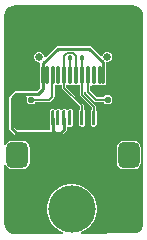
<source format=gtl>
G04*
G04 #@! TF.GenerationSoftware,Altium Limited,Altium Designer,21.9.2 (33)*
G04*
G04 Layer_Physical_Order=1*
G04 Layer_Color=255*
%FSLAX25Y25*%
%MOIN*%
G70*
G04*
G04 #@! TF.SameCoordinates,F1C806B8-6D7B-4F63-96FE-1E44331196B9*
G04*
G04*
G04 #@! TF.FilePolarity,Positive*
G04*
G01*
G75*
%ADD10C,0.01000*%
%ADD12C,0.00800*%
G04:AMPARAMS|DCode=13|XSize=50mil|YSize=10mil|CornerRadius=2.5mil|HoleSize=0mil|Usage=FLASHONLY|Rotation=90.000|XOffset=0mil|YOffset=0mil|HoleType=Round|Shape=RoundedRectangle|*
%AMROUNDEDRECTD13*
21,1,0.05000,0.00500,0,0,90.0*
21,1,0.04500,0.01000,0,0,90.0*
1,1,0.00500,0.00250,0.02250*
1,1,0.00500,0.00250,-0.02250*
1,1,0.00500,-0.00250,-0.02250*
1,1,0.00500,-0.00250,0.02250*
%
%ADD13ROUNDEDRECTD13*%
G04:AMPARAMS|DCode=14|XSize=86mil|YSize=72mil|CornerRadius=18mil|HoleSize=0mil|Usage=FLASHONLY|Rotation=270.000|XOffset=0mil|YOffset=0mil|HoleType=Round|Shape=RoundedRectangle|*
%AMROUNDEDRECTD14*
21,1,0.08600,0.03600,0,0,270.0*
21,1,0.05000,0.07200,0,0,270.0*
1,1,0.03600,-0.01800,-0.02500*
1,1,0.03600,-0.01800,0.02500*
1,1,0.03600,0.01800,0.02500*
1,1,0.03600,0.01800,-0.02500*
%
%ADD14ROUNDEDRECTD14*%
G04:AMPARAMS|DCode=15|XSize=20mil|YSize=20mil|CornerRadius=5mil|HoleSize=0mil|Usage=FLASHONLY|Rotation=90.000|XOffset=0mil|YOffset=0mil|HoleType=Round|Shape=RoundedRectangle|*
%AMROUNDEDRECTD15*
21,1,0.02000,0.01000,0,0,90.0*
21,1,0.01000,0.02000,0,0,90.0*
1,1,0.01000,0.00500,0.00500*
1,1,0.01000,0.00500,-0.00500*
1,1,0.01000,-0.00500,-0.00500*
1,1,0.01000,-0.00500,0.00500*
%
%ADD15ROUNDEDRECTD15*%
G04:AMPARAMS|DCode=16|XSize=59.06mil|YSize=11.81mil|CornerRadius=2.95mil|HoleSize=0mil|Usage=FLASHONLY|Rotation=270.000|XOffset=0mil|YOffset=0mil|HoleType=Round|Shape=RoundedRectangle|*
%AMROUNDEDRECTD16*
21,1,0.05906,0.00591,0,0,270.0*
21,1,0.05315,0.01181,0,0,270.0*
1,1,0.00591,-0.00295,-0.02657*
1,1,0.00591,-0.00295,0.02657*
1,1,0.00591,0.00295,0.02657*
1,1,0.00591,0.00295,-0.02657*
%
%ADD16ROUNDEDRECTD16*%
%ADD25C,0.00500*%
%ADD26C,0.15748*%
%ADD27C,0.02559*%
%ADD28O,0.03937X0.06299*%
%ADD29O,0.03937X0.08268*%
%ADD30C,0.01800*%
G36*
X20060Y31341D02*
X20924Y31227D01*
X21730Y30893D01*
X22422Y30362D01*
X22953Y29670D01*
X23287Y28865D01*
X23401Y28000D01*
X23408D01*
Y-36635D01*
Y-41378D01*
X23398Y-41464D01*
X23398D01*
X23398Y-41464D01*
X23294Y-42258D01*
X22987Y-42999D01*
X22499Y-43634D01*
X21864Y-44122D01*
X21123Y-44429D01*
X20329Y-44534D01*
X20329Y-44534D01*
Y-44534D01*
X19835Y-44548D01*
X2607Y-44710D01*
X2505Y-44211D01*
X3419Y-43832D01*
X4774Y-42927D01*
X5927Y-41774D01*
X6832Y-40419D01*
X7456Y-38913D01*
X7774Y-37315D01*
Y-35685D01*
X7456Y-34087D01*
X6832Y-32581D01*
X5927Y-31226D01*
X4774Y-30073D01*
X3419Y-29168D01*
X1913Y-28544D01*
X315Y-28226D01*
X-1315D01*
X-2913Y-28544D01*
X-4419Y-29168D01*
X-5774Y-30073D01*
X-6927Y-31226D01*
X-7832Y-32581D01*
X-8456Y-34087D01*
X-8774Y-35685D01*
Y-37315D01*
X-8456Y-38913D01*
X-7832Y-40419D01*
X-6927Y-41774D01*
X-5774Y-42927D01*
X-4419Y-43832D01*
X-3372Y-44266D01*
X-3469Y-44767D01*
X-19438Y-44917D01*
X-19440Y-44915D01*
Y-44915D01*
X-19440Y-44915D01*
X-20345Y-44796D01*
X-21189Y-44447D01*
X-21913Y-43891D01*
X-22468Y-43167D01*
X-22818Y-42324D01*
X-22937Y-41419D01*
X-22943D01*
Y-35478D01*
X-22943Y-35478D01*
X-22943Y-35478D01*
X-22950Y-21832D01*
X-22451Y-21782D01*
X-22435Y-21858D01*
X-21949Y-22586D01*
X-21221Y-23072D01*
X-20363Y-23243D01*
X-16763D01*
X-15905Y-23072D01*
X-15177Y-22586D01*
X-14691Y-21858D01*
X-14520Y-21000D01*
Y-16000D01*
X-14691Y-15142D01*
X-15177Y-14414D01*
X-15905Y-13928D01*
X-16763Y-13757D01*
X-20363D01*
X-21221Y-13928D01*
X-21949Y-14414D01*
X-22435Y-15142D01*
X-22454Y-15235D01*
X-22954Y-15186D01*
X-22977Y27557D01*
X-22969Y28057D01*
X-22969Y28057D01*
X-22969Y28057D01*
X-22857Y28907D01*
X-22529Y29699D01*
X-22007Y30379D01*
X-21327Y30900D01*
X-20535Y31228D01*
X-19685Y31340D01*
Y31348D01*
X20060D01*
Y31341D01*
D02*
G37*
%LPC*%
G36*
X5437Y17918D02*
X-5000D01*
X-5351Y17848D01*
X-5649Y17649D01*
X-9198Y14099D01*
X-9698Y14306D01*
Y14476D01*
X-9954Y15093D01*
X-10427Y15566D01*
X-11044Y15821D01*
X-11712D01*
X-12329Y15566D01*
X-12802Y15093D01*
X-13058Y14476D01*
Y13808D01*
X-12802Y13190D01*
X-12329Y12718D01*
X-11712Y12462D01*
X-11323D01*
X-10905Y12026D01*
X-10902Y12015D01*
Y11138D01*
X-10990Y11007D01*
X-11044Y10736D01*
Y5421D01*
X-10990Y5150D01*
X-10957Y5101D01*
Y3920D01*
X-11959Y2918D01*
X-18980D01*
X-19331Y2848D01*
X-19629Y2649D01*
X-21149Y1129D01*
X-21348Y831D01*
X-21418Y480D01*
Y-9500D01*
X-21348Y-9851D01*
X-21149Y-10149D01*
X-19649Y-11649D01*
X-19351Y-11848D01*
X-19000Y-11918D01*
X-4000D01*
X-3649Y-11848D01*
X-3351Y-11649D01*
X-2304Y-10602D01*
X-2105Y-10304D01*
X-2035Y-9953D01*
Y-9153D01*
X-1535Y-8931D01*
X-1488Y-8962D01*
X-1234Y-9013D01*
X-734D01*
X-481Y-8962D01*
X-266Y-8819D01*
X-122Y-8604D01*
X-72Y-8350D01*
Y-3850D01*
X-122Y-3596D01*
X-266Y-3381D01*
X-481Y-3238D01*
X-734Y-3187D01*
X-1234D01*
X-1488Y-3238D01*
X-1667Y-3357D01*
X-1690Y-3370D01*
X-1969Y-3377D01*
X-2247Y-3370D01*
X-2270Y-3357D01*
X-2449Y-3238D01*
X-2703Y-3187D01*
X-3203D01*
X-3456Y-3238D01*
X-3636Y-3357D01*
X-3658Y-3370D01*
X-3937Y-3377D01*
X-4216Y-3370D01*
X-4239Y-3357D01*
X-4418Y-3238D01*
X-4671Y-3187D01*
X-5171D01*
X-5425Y-3238D01*
X-5604Y-3357D01*
X-5627Y-3370D01*
X-5906Y-3377D01*
X-6184Y-3370D01*
X-6207Y-3357D01*
X-6386Y-3238D01*
X-6640Y-3187D01*
X-7140D01*
X-7393Y-3238D01*
X-7608Y-3381D01*
X-7752Y-3596D01*
X-7802Y-3850D01*
Y-6075D01*
X-7807Y-6100D01*
Y-10082D01*
X-18620D01*
X-19582Y-9120D01*
Y100D01*
X-18600Y1082D01*
X-15749D01*
X-15401Y582D01*
X-15418Y500D01*
Y-500D01*
X-15348Y-851D01*
X-15149Y-1149D01*
X-14851Y-1348D01*
X-14500Y-1418D01*
X-13500D01*
X-13149Y-1348D01*
X-12851Y-1149D01*
X-12652Y-851D01*
X-12645Y-816D01*
X-8000D01*
X-8000Y-816D01*
X-7688Y-754D01*
X-7423Y-577D01*
X-6423Y423D01*
X-6423Y423D01*
X-6246Y688D01*
X-6184Y1000D01*
Y4718D01*
X-5780Y4893D01*
X-5706Y4912D01*
X-5488Y4766D01*
X-5217Y4712D01*
X-4626D01*
X-4355Y4766D01*
X-4144Y4907D01*
X-4028Y4876D01*
X-3663Y4711D01*
Y4000D01*
X-3612Y3746D01*
X-3469Y3531D01*
X2290Y-2227D01*
Y-3344D01*
X2234Y-3381D01*
X2090Y-3596D01*
X2040Y-3850D01*
Y-8350D01*
X2090Y-8604D01*
X2234Y-8819D01*
X2449Y-8962D01*
X2703Y-9013D01*
X3203D01*
X3456Y-8962D01*
X3671Y-8819D01*
X3815Y-8604D01*
X3865Y-8350D01*
Y-3850D01*
X3815Y-3596D01*
X3671Y-3381D01*
X3615Y-3344D01*
Y-1953D01*
X3565Y-1699D01*
X3421Y-1484D01*
X-2337Y4275D01*
Y4799D01*
X-2156Y4920D01*
X-1781D01*
X-1551Y4766D01*
X-1280Y4712D01*
X-689D01*
X-418Y4766D01*
X-188Y4920D01*
X188D01*
X418Y4766D01*
X689Y4712D01*
X1280D01*
X1551Y4766D01*
X1781Y4920D01*
X2216Y4844D01*
X2290Y4782D01*
Y1547D01*
X2341Y1294D01*
X2484Y1079D01*
X6227Y-2664D01*
Y-3344D01*
X6171Y-3381D01*
X6027Y-3596D01*
X5977Y-3850D01*
Y-8350D01*
X6027Y-8604D01*
X6171Y-8819D01*
X6386Y-8962D01*
X6640Y-9013D01*
X7140D01*
X7393Y-8962D01*
X7608Y-8819D01*
X7752Y-8604D01*
X7802Y-8350D01*
Y-3850D01*
X7752Y-3596D01*
X7608Y-3381D01*
X7552Y-3344D01*
Y-2390D01*
X7502Y-2136D01*
X7358Y-1921D01*
X3616Y1822D01*
Y2480D01*
X4115Y2529D01*
X4168Y2267D01*
X4344Y2002D01*
X6923Y-577D01*
X6923Y-577D01*
X7188Y-754D01*
X7500Y-816D01*
X10145D01*
X10152Y-851D01*
X10351Y-1149D01*
X10649Y-1348D01*
X11000Y-1418D01*
X12000D01*
X12351Y-1348D01*
X12649Y-1149D01*
X12848Y-851D01*
X12918Y-500D01*
Y500D01*
X12848Y851D01*
X12649Y1149D01*
X12351Y1348D01*
X12000Y1418D01*
X11000D01*
X10649Y1348D01*
X10351Y1149D01*
X10152Y851D01*
X10145Y816D01*
X7838D01*
X5737Y2917D01*
Y4603D01*
X5776Y4638D01*
X6237Y4824D01*
X6323Y4766D01*
X6594Y4712D01*
X7185D01*
X7456Y4766D01*
X7686Y4920D01*
X8062D01*
X8292Y4766D01*
X8563Y4712D01*
X9154D01*
X9425Y4766D01*
X9449Y4782D01*
X9473Y4766D01*
X9744Y4712D01*
X10335D01*
X10606Y4766D01*
X10836Y4920D01*
X10990Y5150D01*
X11044Y5421D01*
Y10736D01*
X10990Y11007D01*
X10957Y11056D01*
Y12000D01*
X11034Y12408D01*
X11441Y12462D01*
X11712D01*
X12329Y12718D01*
X12802Y13190D01*
X13058Y13808D01*
Y14476D01*
X12802Y15093D01*
X12329Y15566D01*
X11712Y15821D01*
X11044D01*
X10427Y15566D01*
X9954Y15093D01*
X9777Y14665D01*
X9236Y14499D01*
X6086Y17649D01*
X5788Y17848D01*
X5437Y17918D01*
D02*
G37*
G36*
X20363Y-13757D02*
X16763D01*
X15905Y-13928D01*
X15177Y-14414D01*
X14691Y-15142D01*
X14520Y-16000D01*
Y-21000D01*
X14691Y-21858D01*
X15177Y-22586D01*
X15905Y-23072D01*
X16763Y-23243D01*
X20363D01*
X21221Y-23072D01*
X21949Y-22586D01*
X22435Y-21858D01*
X22606Y-21000D01*
Y-16000D01*
X22435Y-15142D01*
X21949Y-14414D01*
X21221Y-13928D01*
X20363Y-13757D01*
D02*
G37*
%LPD*%
D10*
X-20500Y-9500D02*
X-19000Y-11000D01*
X-6000D01*
X-20500Y-9500D02*
Y480D01*
X-6000Y-11000D02*
X-4000D01*
X-18980Y2000D02*
X-11579D01*
X-20500Y480D02*
X-18980Y2000D01*
X-11579D02*
X-10039Y3539D01*
Y8079D01*
X-9984Y12015D02*
X-5000Y17000D01*
X5437D01*
X10039Y12398D01*
X-9984Y8134D02*
Y12015D01*
X-10039Y8079D02*
X-9984Y8134D01*
X10039Y8079D02*
Y12398D01*
X8858Y8079D02*
X10039D01*
X-4000Y-11000D02*
X-2953Y-9953D01*
X-6890Y-10110D02*
X-6000Y-11000D01*
X-2953Y-9953D02*
Y-6100D01*
X-6890Y-10110D02*
Y-6100D01*
D12*
X-7000Y7969D02*
X-6890Y8079D01*
X-7000Y1000D02*
Y7969D01*
X-8000Y0D02*
X-7000Y1000D01*
X-14000Y0D02*
X-8000D01*
X7500D02*
X11500D01*
X4921Y2579D02*
X7500Y0D01*
X4921Y2579D02*
Y8079D01*
D13*
X-6890Y-6100D02*
D03*
X-4921D02*
D03*
X-2953D02*
D03*
X-984D02*
D03*
X984D02*
D03*
X2953D02*
D03*
X4921D02*
D03*
X6890D02*
D03*
D14*
X-18563Y-18500D02*
D03*
X18563D02*
D03*
D15*
X15500Y0D02*
D03*
X11500D02*
D03*
X-18000D02*
D03*
X-14000D02*
D03*
D16*
X-13189Y8079D02*
D03*
X-12008D02*
D03*
X-10039D02*
D03*
X-8858D02*
D03*
X-6890D02*
D03*
X-4921D02*
D03*
X-2953D02*
D03*
X-984D02*
D03*
X984D02*
D03*
X2953D02*
D03*
X4921D02*
D03*
X6890D02*
D03*
X8858D02*
D03*
X10039D02*
D03*
X12008D02*
D03*
X13189D02*
D03*
D25*
X-3000Y4000D02*
X2953Y-1953D01*
X-3000Y4000D02*
Y8032D01*
X6890Y-6100D02*
Y-2390D01*
X2953Y1547D02*
X6890Y-2390D01*
X2953Y1547D02*
Y8079D01*
X-3000Y8032D02*
X-2953Y8079D01*
X2953Y-6100D02*
Y-1953D01*
X2976Y13976D02*
X3000Y14000D01*
X2953Y8079D02*
X2976Y8102D01*
Y13976D01*
X1000Y12000D02*
Y14500D01*
X-42Y15542D02*
X1000Y14500D01*
X984Y11984D02*
X1000Y12000D01*
X-2953Y14547D02*
X-1958Y15542D01*
X-42D01*
X-992Y8087D02*
Y13992D01*
X-2953Y8079D02*
Y14547D01*
X-992Y8087D02*
X-984Y8079D01*
X984D02*
Y11984D01*
X2000Y-11000D02*
X4000D01*
X4921Y-10079D01*
Y-6100D01*
X984Y-9984D02*
X2000Y-11000D01*
X984Y-9984D02*
Y-6100D01*
D26*
X-500Y-36500D02*
D03*
D27*
X11378Y14142D02*
D03*
X-11378D02*
D03*
D28*
X-17028Y27921D02*
D03*
X17028D02*
D03*
D29*
X-17028Y12173D02*
D03*
X17028D02*
D03*
D30*
X3000Y14000D02*
D03*
X-992Y13992D02*
D03*
M02*

</source>
